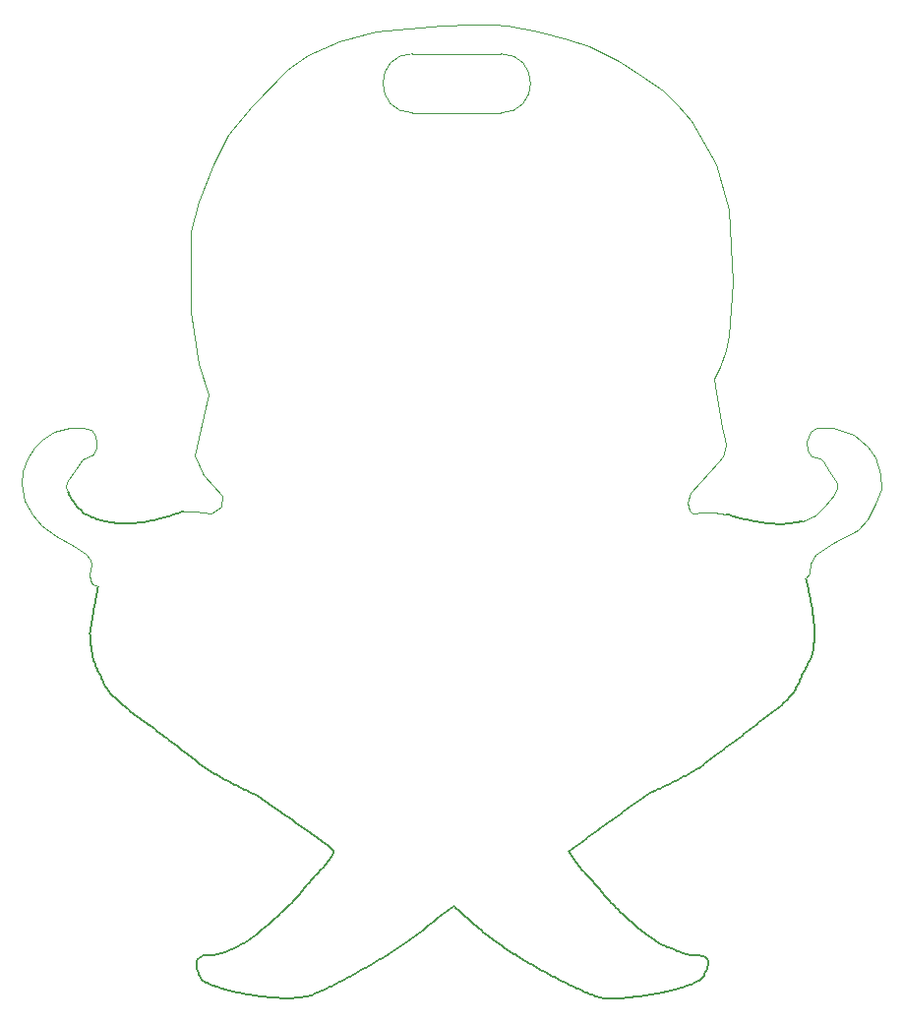
<source format=gbr>
G04 #@! TF.GenerationSoftware,KiCad,Pcbnew,(5.1.0-0)*
G04 #@! TF.CreationDate,2019-04-03T12:05:29-07:00*
G04 #@! TF.ProjectId,ZiaconBadge,5a696163-6f6e-4426-9164-67652e6b6963,rev?*
G04 #@! TF.SameCoordinates,Original*
G04 #@! TF.FileFunction,Profile,NP*
%FSLAX46Y46*%
G04 Gerber Fmt 4.6, Leading zero omitted, Abs format (unit mm)*
G04 Created by KiCad (PCBNEW (5.1.0-0)) date 2019-04-03 12:05:29*
%MOMM*%
%LPD*%
G04 APERTURE LIST*
%ADD10C,0.050000*%
%ADD11C,0.100000*%
%ADD12C,0.200000*%
G04 APERTURE END LIST*
D10*
X107950000Y-27940000D02*
G75*
G02X107950000Y-33020000I0J-2540000D01*
G01*
X100330000Y-33020000D02*
G75*
G02X100330000Y-27940000I0J2540000D01*
G01*
D11*
X107950000Y-33020000D02*
X100330000Y-33020000D01*
X100330000Y-27940000D02*
X107950000Y-27940000D01*
D10*
X134543800Y-72694800D02*
X134189473Y-73081477D01*
X134569200Y-71805800D02*
X134543800Y-72694800D01*
X135051800Y-71043800D02*
X134569200Y-71805800D01*
X136575800Y-70053200D02*
X135051800Y-71043800D01*
X138633200Y-68961000D02*
X136575800Y-70053200D01*
X139471400Y-68021200D02*
X138633200Y-68961000D01*
X140208000Y-66700400D02*
X139471400Y-68021200D01*
X140690600Y-65354200D02*
X140208000Y-66700400D01*
X140639800Y-64135000D02*
X140690600Y-65354200D01*
X140157200Y-62712600D02*
X140639800Y-64135000D01*
X139496800Y-61772800D02*
X140157200Y-62712600D01*
X138277600Y-60756800D02*
X139496800Y-61772800D01*
X136575800Y-60147200D02*
X138277600Y-60756800D01*
X135128000Y-60172600D02*
X136575800Y-60147200D01*
X134569200Y-60452000D02*
X135128000Y-60172600D01*
X134289800Y-61366400D02*
X134569200Y-60452000D01*
X134340600Y-62128400D02*
X134289800Y-61366400D01*
X134696200Y-62560200D02*
X134340600Y-62128400D01*
X135407400Y-62738000D02*
X134696200Y-62560200D01*
X135686800Y-63042800D02*
X135407400Y-62738000D01*
X136220200Y-63906400D02*
X135686800Y-63042800D01*
X136855200Y-64922400D02*
X136220200Y-63906400D01*
X136880600Y-65328800D02*
X136855200Y-64922400D01*
X136652000Y-65862200D02*
X136880600Y-65328800D01*
X135890000Y-66852800D02*
X136652000Y-65862200D01*
X135026400Y-67716400D02*
X135890000Y-66852800D01*
X133872004Y-68179092D02*
X135026400Y-67716400D01*
X126263400Y-67386200D02*
X127304800Y-67564000D01*
X125247400Y-67437000D02*
X126263400Y-67386200D01*
X124434600Y-67513200D02*
X125247400Y-67437000D01*
X124155200Y-67233800D02*
X124434600Y-67513200D01*
X123977400Y-66598800D02*
X124155200Y-67233800D01*
X124231400Y-65735200D02*
X123977400Y-66598800D01*
X125095000Y-64820800D02*
X124231400Y-65735200D01*
X126644400Y-63144400D02*
X125095000Y-64820800D01*
X127050800Y-62611000D02*
X126644400Y-63144400D01*
X127228600Y-61061600D02*
X127279400Y-61671200D01*
X126949200Y-60121800D02*
X127228600Y-61061600D01*
X126314200Y-55905400D02*
X126365000Y-56515000D01*
X126796800Y-54864000D02*
X126314200Y-55905400D01*
X127279400Y-53467000D02*
X126796800Y-54864000D01*
X127584200Y-52146200D02*
X127279400Y-53467000D01*
X70535800Y-65201800D02*
X70612000Y-64795400D01*
X72771000Y-73609200D02*
X73253600Y-73787000D01*
X72593200Y-73304400D02*
X72771000Y-73609200D01*
X72542400Y-72745600D02*
X72593200Y-73304400D01*
X72720200Y-71907400D02*
X72542400Y-72745600D01*
X72618600Y-71475600D02*
X72720200Y-71907400D01*
X72212200Y-71018400D02*
X72618600Y-71475600D01*
X71170800Y-70307200D02*
X72212200Y-71018400D01*
X69621400Y-69469000D02*
X71170800Y-70307200D01*
X68376800Y-68529200D02*
X69621400Y-69469000D01*
X67614800Y-67564000D02*
X68376800Y-68529200D01*
X66954400Y-66395600D02*
X67614800Y-67564000D01*
X66700400Y-64998600D02*
X66954400Y-66395600D01*
X66776600Y-63906400D02*
X66700400Y-64998600D01*
X67183000Y-62763400D02*
X66776600Y-63906400D01*
X67792600Y-61823600D02*
X67183000Y-62763400D01*
X68478400Y-61188600D02*
X67792600Y-61823600D01*
X69469000Y-60502800D02*
X68478400Y-61188600D01*
X70866000Y-60121800D02*
X69469000Y-60502800D01*
X71932800Y-60121800D02*
X70866000Y-60121800D01*
X72720200Y-60350400D02*
X71932800Y-60121800D01*
X73075800Y-60858400D02*
X72720200Y-60350400D01*
X73152000Y-61442600D02*
X73075800Y-60858400D01*
X73152000Y-61823600D02*
X73152000Y-61442600D01*
X72847200Y-62433200D02*
X73152000Y-61823600D01*
X71932800Y-62890400D02*
X72847200Y-62433200D01*
X70612000Y-64795400D02*
X71932800Y-62890400D01*
X70637400Y-65633600D02*
X70535800Y-65201800D01*
X81686400Y-67335400D02*
X80645000Y-67310000D01*
X83032600Y-67538600D02*
X81686400Y-67335400D01*
X83845400Y-66954400D02*
X83032600Y-67538600D01*
X83997800Y-65989200D02*
X83845400Y-66954400D01*
X82321400Y-64236600D02*
X83997800Y-65989200D01*
X89916000Y-29083000D02*
X89585800Y-29362400D01*
X91363800Y-28092400D02*
X89916000Y-29083000D01*
X81559400Y-62534800D02*
X82321400Y-64236600D01*
X81915000Y-60960000D02*
X81559400Y-62534800D01*
X82804000Y-57226200D02*
X81915000Y-60960000D01*
X81915000Y-54610000D02*
X82804000Y-57226200D01*
X81280000Y-50165000D02*
X81915000Y-54610000D01*
X81280000Y-48260000D02*
X81280000Y-50165000D01*
X81280000Y-44450000D02*
X81280000Y-48260000D01*
X81280000Y-43180000D02*
X81280000Y-44450000D01*
X81915000Y-40640000D02*
X81280000Y-43180000D01*
X83185000Y-37465000D02*
X81915000Y-40640000D01*
X84455000Y-34925000D02*
X83185000Y-37465000D01*
X86461600Y-32461200D02*
X84455000Y-34925000D01*
X89585800Y-29362400D02*
X86461600Y-32461200D01*
X94005400Y-26873200D02*
X91363800Y-28092400D01*
X97155000Y-26035000D02*
X94005400Y-26873200D01*
X102844600Y-25552400D02*
X97155000Y-26035000D01*
X103479600Y-25501600D02*
X102844600Y-25552400D01*
X104775000Y-25400000D02*
X103479600Y-25501600D01*
X106045000Y-25400000D02*
X104775000Y-25400000D01*
X107315000Y-25400000D02*
X106045000Y-25400000D01*
X108534200Y-25552400D02*
X107315000Y-25400000D01*
X111125000Y-26035000D02*
X108534200Y-25552400D01*
X113665000Y-26670000D02*
X111125000Y-26035000D01*
X115570000Y-27305000D02*
X113665000Y-26670000D01*
X118110000Y-28575000D02*
X115570000Y-27305000D01*
X120015000Y-29845000D02*
X118110000Y-28575000D01*
X121920000Y-31115000D02*
X120015000Y-29845000D01*
X123190000Y-32385000D02*
X121920000Y-31115000D01*
X124307600Y-33731200D02*
X123190000Y-32385000D01*
X126441200Y-37414200D02*
X124307600Y-33731200D01*
X127533400Y-41325800D02*
X126441200Y-37414200D01*
X127939800Y-47599600D02*
X127533400Y-41325800D01*
X127584200Y-52146200D02*
X127939800Y-47599600D01*
X126949200Y-60121800D02*
X126365000Y-56515000D01*
X127050800Y-62611000D02*
X127279400Y-61671200D01*
D12*
X77698600Y-85725000D02*
X77811321Y-85813537D01*
X77811321Y-85813537D02*
X77927008Y-85904076D01*
X77927008Y-85904076D02*
X78043397Y-85994837D01*
X78043397Y-85994837D02*
X78162667Y-86087519D01*
X78162667Y-86087519D02*
X78282636Y-86180430D01*
X78282636Y-86180430D02*
X78401245Y-86271996D01*
X78401245Y-86271996D02*
X78522788Y-86365548D01*
X78522788Y-86365548D02*
X78639002Y-86454760D01*
X78639002Y-86454760D02*
X78758326Y-86546140D01*
X78758326Y-86546140D02*
X78884856Y-86642833D01*
X78884856Y-86642833D02*
X78998367Y-86729426D01*
X78998367Y-86729426D02*
X79127355Y-86827693D01*
X79127355Y-86827693D02*
X79263737Y-86931488D01*
X79263737Y-86931488D02*
X79407628Y-87040942D01*
X79407628Y-87040942D02*
X79527312Y-87131985D01*
X79527312Y-87131985D02*
X79654934Y-87229120D01*
X79654934Y-87229120D02*
X79782691Y-87326458D01*
X79782691Y-87326458D02*
X79910765Y-87424184D01*
X79910765Y-87424184D02*
X80039333Y-87522484D01*
X80039333Y-87522484D02*
X80164530Y-87618435D01*
X80164530Y-87618435D02*
X80278294Y-87705856D01*
X80278294Y-87705856D02*
X80396941Y-87797290D01*
X80396941Y-87797290D02*
X80516554Y-87889769D01*
X80516554Y-87889769D02*
X80633088Y-87980181D01*
X80633088Y-87980181D02*
X80750768Y-88071820D01*
X80750768Y-88071820D02*
X80869721Y-88164813D01*
X80869721Y-88164813D02*
X80983578Y-88254178D01*
X80983578Y-88254178D02*
X81096600Y-88343248D01*
X81096600Y-88343248D02*
X81208802Y-88432037D01*
X81208802Y-88432037D02*
X81324684Y-88524124D01*
X81324684Y-88524124D02*
X81439881Y-88616067D01*
X81439881Y-88616067D02*
X81552082Y-88706002D01*
X81552082Y-88706002D02*
X81663524Y-88795711D01*
X81663524Y-88795711D02*
X81776556Y-88887086D01*
X81776556Y-88887086D02*
X81891255Y-88980206D01*
X81891255Y-88980206D02*
X82007696Y-89075150D01*
X82007696Y-89075150D02*
X82042000Y-89103200D01*
X74472800Y-83159600D02*
X74585296Y-83254057D01*
X74585296Y-83254057D02*
X74694334Y-83347123D01*
X74694334Y-83347123D02*
X74803659Y-83442189D01*
X74803659Y-83442189D02*
X74911883Y-83538293D01*
X74911883Y-83538293D02*
X75017087Y-83633822D01*
X75017087Y-83633822D02*
X75121994Y-83731140D01*
X75121994Y-83731140D02*
X75227239Y-83830341D01*
X75227239Y-83830341D02*
X75330933Y-83928405D01*
X75330933Y-83928405D02*
X75436323Y-84026647D01*
X75436323Y-84026647D02*
X75544422Y-84124401D01*
X75544422Y-84124401D02*
X75652847Y-84218816D01*
X75652847Y-84218816D02*
X75762435Y-84310779D01*
X75762435Y-84310779D02*
X75873366Y-84400903D01*
X75873366Y-84400903D02*
X75985784Y-84489789D01*
X75985784Y-84489789D02*
X76099916Y-84578033D01*
X76099916Y-84578033D02*
X76218228Y-84667827D01*
X76218228Y-84667827D02*
X76336536Y-84756241D01*
X76336536Y-84756241D02*
X76452652Y-84841928D01*
X76452652Y-84841928D02*
X76568886Y-84926810D01*
X76568886Y-84926810D02*
X76691229Y-85015348D01*
X76691229Y-85015348D02*
X76810367Y-85100898D01*
X76810367Y-85100898D02*
X76931487Y-85187289D01*
X76931487Y-85187289D02*
X77049494Y-85270978D01*
X77049494Y-85270978D02*
X77167680Y-85354372D01*
X77167680Y-85354372D02*
X77288595Y-85439311D01*
X77288595Y-85439311D02*
X77408563Y-85523248D01*
X77408563Y-85523248D02*
X77530403Y-85608189D01*
X77530403Y-85608189D02*
X77650119Y-85691380D01*
X77650119Y-85691380D02*
X77698600Y-85725000D01*
X70637400Y-65633600D02*
X70710685Y-65762351D01*
X70710685Y-65762351D02*
X70786210Y-65893062D01*
X70786210Y-65893062D02*
X70862690Y-66022944D01*
X70862690Y-66022944D02*
X70945202Y-66159728D01*
X70945202Y-66159728D02*
X71023306Y-66285486D01*
X71023306Y-66285486D02*
X71102295Y-66408470D01*
X71102295Y-66408470D02*
X71183653Y-66530230D01*
X71183653Y-66530230D02*
X71267707Y-66650319D01*
X71267707Y-66650319D02*
X71356074Y-66769892D01*
X71356074Y-66769892D02*
X71444433Y-66882306D01*
X71444433Y-66882306D02*
X71536339Y-66991499D01*
X71536339Y-66991499D02*
X71632423Y-67097260D01*
X71632423Y-67097260D02*
X71732118Y-67198163D01*
X71732118Y-67198163D02*
X71836447Y-67294593D01*
X71836447Y-67294593D02*
X71947577Y-67387718D01*
X71947577Y-67387718D02*
X72062542Y-67474565D01*
X72062542Y-67474565D02*
X72182668Y-67556092D01*
X72182668Y-67556092D02*
X72307422Y-67631980D01*
X72307422Y-67631980D02*
X72438111Y-67703142D01*
X72438111Y-67703142D02*
X72573986Y-67769366D01*
X72573986Y-67769366D02*
X72713995Y-67830558D01*
X72713995Y-67830558D02*
X72859677Y-67887812D01*
X72859677Y-67887812D02*
X73009729Y-67941030D01*
X73009729Y-67941030D02*
X73161391Y-67989840D01*
X73161391Y-67989840D02*
X73318715Y-68036045D01*
X73318715Y-68036045D02*
X73478192Y-68079028D01*
X73478192Y-68079028D02*
X73639354Y-68119169D01*
X73639354Y-68119169D02*
X73804320Y-68157381D01*
X73804320Y-68157381D02*
X73903200Y-68179092D01*
X73903200Y-68179092D02*
X74070502Y-68213366D01*
X74070502Y-68213366D02*
X74242379Y-68244892D01*
X74242379Y-68244892D02*
X74415400Y-68272818D01*
X74415400Y-68272818D02*
X74594197Y-68297647D01*
X74594197Y-68297647D02*
X74773979Y-68318494D01*
X74773979Y-68318494D02*
X74960158Y-68335773D01*
X74960158Y-68335773D02*
X75153159Y-68349119D01*
X75153159Y-68349119D02*
X75344514Y-68357847D01*
X75344514Y-68357847D02*
X75543242Y-68362279D01*
X75543242Y-68362279D02*
X75747664Y-68362052D01*
X75747664Y-68362052D02*
X75948626Y-68357246D01*
X75948626Y-68357246D02*
X76142108Y-68348471D01*
X76142108Y-68348471D02*
X76330604Y-68336151D01*
X76330604Y-68336151D02*
X76515282Y-68320600D01*
X76515282Y-68320600D02*
X76697407Y-68302018D01*
X76697407Y-68302018D02*
X76876737Y-68280683D01*
X76876737Y-68280683D02*
X77053022Y-68256887D01*
X77053022Y-68256887D02*
X77227677Y-68230658D01*
X77227677Y-68230658D02*
X77403939Y-68201608D01*
X77403939Y-68201608D02*
X77574841Y-68171069D01*
X77574841Y-68171069D02*
X77745317Y-68138360D01*
X77745317Y-68138360D02*
X77915256Y-68103608D01*
X77915256Y-68103608D02*
X78082709Y-68067352D01*
X78082709Y-68067352D02*
X78247461Y-68029802D01*
X78247461Y-68029802D02*
X78411191Y-67990704D01*
X78411191Y-67990704D02*
X78573771Y-67950190D01*
X78573771Y-67950190D02*
X78735070Y-67908392D01*
X78735070Y-67908392D02*
X78892963Y-67865983D01*
X78892963Y-67865983D02*
X79051265Y-67822036D01*
X79051265Y-67822036D02*
X79207872Y-67777198D01*
X79207872Y-67777198D02*
X79362648Y-67731602D01*
X79362648Y-67731602D02*
X79521774Y-67683440D01*
X79521774Y-67683440D02*
X79674682Y-67635969D01*
X79674682Y-67635969D02*
X79831891Y-67585994D01*
X79831891Y-67585994D02*
X79989127Y-67534863D01*
X79989127Y-67534863D02*
X80139643Y-67484873D01*
X80139643Y-67484873D02*
X80289886Y-67433990D01*
X80289886Y-67433990D02*
X80446657Y-67379884D01*
X80446657Y-67379884D02*
X80603212Y-67324851D01*
X80603212Y-67324851D02*
X80645000Y-67310000D01*
X116535200Y-109194600D02*
X116717192Y-109217948D01*
X116717192Y-109217948D02*
X116908544Y-109234632D01*
X116908544Y-109234632D02*
X117098426Y-109245110D01*
X117098426Y-109245110D02*
X117294678Y-109250873D01*
X117294678Y-109250873D02*
X117493462Y-109252382D01*
X117493462Y-109252382D02*
X117693031Y-109250182D01*
X117693031Y-109250182D02*
X117890636Y-109244830D01*
X117890636Y-109244830D02*
X118084790Y-109236847D01*
X118084790Y-109236847D02*
X118279243Y-109226420D01*
X118279243Y-109226420D02*
X118468038Y-109214173D01*
X118468038Y-109214173D02*
X118655409Y-109200104D01*
X118655409Y-109200104D02*
X118840738Y-109184438D01*
X118840738Y-109184438D02*
X119028870Y-109166860D01*
X119028870Y-109166860D02*
X119214022Y-109147992D01*
X119214022Y-109147992D02*
X119431712Y-109123910D01*
X119431712Y-109123910D02*
X119623793Y-109101024D01*
X119623793Y-109101024D02*
X119823014Y-109075719D01*
X119823014Y-109075719D02*
X120003693Y-109051420D01*
X120003693Y-109051420D02*
X120182334Y-109026159D01*
X120182334Y-109026159D02*
X120358678Y-109000026D01*
X120358678Y-109000026D02*
X120538197Y-108972217D01*
X120538197Y-108972217D02*
X120717823Y-108943170D01*
X120717823Y-108943170D02*
X120894489Y-108913411D01*
X120894489Y-108913411D02*
X121070827Y-108882516D01*
X121070827Y-108882516D02*
X121240968Y-108851569D01*
X121240968Y-108851569D02*
X121410412Y-108819614D01*
X121410412Y-108819614D02*
X121578963Y-108786687D01*
X121578963Y-108786687D02*
X121746431Y-108752809D01*
X121746431Y-108752809D02*
X121929161Y-108714480D01*
X121929161Y-108714480D02*
X122108726Y-108675376D01*
X122108726Y-108675376D02*
X122283571Y-108635873D01*
X122283571Y-108635873D02*
X122454879Y-108595728D01*
X122454879Y-108595728D02*
X122629018Y-108553376D01*
X122629018Y-108553376D02*
X122790040Y-108512745D01*
X122790040Y-108512745D02*
X122949630Y-108470988D01*
X122949630Y-108470988D02*
X123107499Y-108428118D01*
X123107499Y-108428118D02*
X123264561Y-108383801D01*
X123264561Y-108383801D02*
X123419237Y-108338391D01*
X123419237Y-108338391D02*
X123573506Y-108291184D01*
X123573506Y-108291184D02*
X123727941Y-108241803D01*
X123727941Y-108241803D02*
X123881849Y-108190222D01*
X123881849Y-108190222D02*
X124034464Y-108136426D01*
X124034464Y-108136426D02*
X124180982Y-108081926D01*
X124180982Y-108081926D02*
X124324859Y-108025225D01*
X124324859Y-108025225D02*
X124468756Y-107964766D01*
X124468756Y-107964766D02*
X124607637Y-107902083D01*
X124607637Y-107902083D02*
X124743476Y-107835604D01*
X124743476Y-107835604D02*
X124877070Y-107763706D01*
X124877070Y-107763706D02*
X125002088Y-107688385D01*
X125002088Y-107688385D02*
X125121613Y-107605604D01*
X125121613Y-107605604D02*
X125234988Y-107510858D01*
X125234988Y-107510858D02*
X125331249Y-107404979D01*
X125331249Y-107404979D02*
X125403343Y-107275779D01*
X125403343Y-107275779D02*
X125409191Y-107258085D01*
X108178600Y-104825800D02*
X108294837Y-104910723D01*
X108294837Y-104910723D02*
X108414065Y-104994978D01*
X108414065Y-104994978D02*
X108533121Y-105076958D01*
X108533121Y-105076958D02*
X108656498Y-105160133D01*
X108656498Y-105160133D02*
X108777679Y-105240384D01*
X108777679Y-105240384D02*
X108900430Y-105320443D01*
X108900430Y-105320443D02*
X109026334Y-105401452D01*
X109026334Y-105401452D02*
X109150514Y-105480387D01*
X109150514Y-105480387D02*
X109275599Y-105559027D01*
X109275599Y-105559027D02*
X109399201Y-105635963D01*
X109399201Y-105635963D02*
X109524469Y-105713219D01*
X109524469Y-105713219D02*
X109649154Y-105789449D01*
X109649154Y-105789449D02*
X109774822Y-105865656D01*
X109774822Y-105865656D02*
X109903228Y-105942913D01*
X109903228Y-105942913D02*
X110034241Y-106021137D01*
X110034241Y-106021137D02*
X110167725Y-106100246D01*
X110167725Y-106100246D02*
X110297128Y-106176390D01*
X110297128Y-106176390D02*
X110424197Y-106250656D01*
X110424197Y-106250656D02*
X110555235Y-106326738D01*
X110555235Y-106326738D02*
X110685766Y-106402031D01*
X110685766Y-106402031D02*
X110813354Y-106475164D01*
X110813354Y-106475164D02*
X110949121Y-106552489D01*
X110949121Y-106552489D02*
X111077097Y-106624918D01*
X111077097Y-106624918D02*
X111206197Y-106697541D01*
X111206197Y-106697541D02*
X111336330Y-106770298D01*
X111336330Y-106770298D02*
X111467407Y-106843137D01*
X111467407Y-106843137D02*
X111599337Y-106915996D01*
X111599337Y-106915996D02*
X111732028Y-106988818D01*
X111732028Y-106988818D02*
X111865391Y-107061552D01*
X111865391Y-107061552D02*
X111999337Y-107134136D01*
X111999337Y-107134136D02*
X112133774Y-107206513D01*
X112133774Y-107206513D02*
X112266197Y-107277342D01*
X112266197Y-107277342D02*
X112413420Y-107355538D01*
X112413420Y-107355538D02*
X112548800Y-107426929D01*
X112548800Y-107426929D02*
X112684305Y-107497884D01*
X112684305Y-107497884D02*
X112819842Y-107568344D01*
X112819842Y-107568344D02*
X112955320Y-107638252D01*
X112955320Y-107638252D02*
X113090652Y-107707552D01*
X113090652Y-107707552D02*
X113235384Y-107781066D01*
X113235384Y-107781066D02*
X113370123Y-107848928D01*
X113370123Y-107848928D02*
X113504436Y-107916007D01*
X113504436Y-107916007D02*
X113638234Y-107982248D01*
X113638234Y-107982248D02*
X113778542Y-108051066D01*
X113778542Y-108051066D02*
X113913358Y-108116545D01*
X113913358Y-108116545D02*
X114054377Y-108184334D01*
X114054377Y-108184334D02*
X114192051Y-108249792D01*
X114192051Y-108249792D02*
X114330937Y-108315065D01*
X114330937Y-108315065D02*
X114470864Y-108380021D01*
X114470864Y-108380021D02*
X114616165Y-108446564D01*
X114616165Y-108446564D02*
X114766477Y-108514374D01*
X114766477Y-108514374D02*
X114908201Y-108577292D01*
X114908201Y-108577292D02*
X115058810Y-108642994D01*
X115058810Y-108642994D02*
X115204846Y-108705476D01*
X115204846Y-108705476D02*
X115346263Y-108764740D01*
X115346263Y-108764740D02*
X115489169Y-108823285D01*
X115489169Y-108823285D02*
X115633150Y-108880781D01*
X115633150Y-108880781D02*
X115779703Y-108937616D01*
X115779703Y-108937616D02*
X115926272Y-108992569D01*
X115926272Y-108992569D02*
X116075993Y-109046518D01*
X116075993Y-109046518D02*
X116227874Y-109098684D01*
X116227874Y-109098684D02*
X116380816Y-109148205D01*
X116380816Y-109148205D02*
X116535200Y-109194600D01*
X103936800Y-101320600D02*
X104043512Y-101422415D01*
X104043512Y-101422415D02*
X104146690Y-101520526D01*
X104146690Y-101520526D02*
X104254867Y-101622862D01*
X104254867Y-101622862D02*
X104360338Y-101722046D01*
X104360338Y-101722046D02*
X104466880Y-101821612D01*
X104466880Y-101821612D02*
X104574253Y-101921297D01*
X104574253Y-101921297D02*
X104679349Y-102018223D01*
X104679349Y-102018223D02*
X104786065Y-102115978D01*
X104786065Y-102115978D02*
X104895603Y-102215619D01*
X104895603Y-102215619D02*
X105001778Y-102311516D01*
X105001778Y-102311516D02*
X105109610Y-102408219D01*
X105109610Y-102408219D02*
X105216732Y-102503583D01*
X105216732Y-102503583D02*
X105326878Y-102600910D01*
X105326878Y-102600910D02*
X105433452Y-102694369D01*
X105433452Y-102694369D02*
X105542511Y-102789272D01*
X105542511Y-102789272D02*
X105653947Y-102885473D01*
X105653947Y-102885473D02*
X105765366Y-102980869D01*
X105765366Y-102980869D02*
X105874205Y-103073283D01*
X105874205Y-103073283D02*
X105987257Y-103168455D01*
X105987257Y-103168455D02*
X106097317Y-103260296D01*
X106097317Y-103260296D02*
X106208976Y-103352640D01*
X106208976Y-103352640D02*
X106322156Y-103445377D01*
X106322156Y-103445377D02*
X106436777Y-103538387D01*
X106436777Y-103538387D02*
X106547690Y-103627507D01*
X106547690Y-103627507D02*
X106664902Y-103720727D01*
X106664902Y-103720727D02*
X106778147Y-103809842D01*
X106778147Y-103809842D02*
X106897644Y-103902837D01*
X106897644Y-103902837D02*
X107011614Y-103990519D01*
X107011614Y-103990519D02*
X107129108Y-104079853D01*
X107129108Y-104079853D02*
X107246108Y-104167721D01*
X107246108Y-104167721D02*
X107363861Y-104255033D01*
X107363861Y-104255033D02*
X107487698Y-104345607D01*
X107487698Y-104345607D02*
X107610845Y-104434375D01*
X107610845Y-104434375D02*
X107731842Y-104520297D01*
X107731842Y-104520297D02*
X107852635Y-104604757D01*
X107852635Y-104604757D02*
X107973832Y-104688135D01*
X107973832Y-104688135D02*
X108093301Y-104768954D01*
X108093301Y-104768954D02*
X108178600Y-104825800D01*
X134129194Y-80891188D02*
X134056752Y-81019539D01*
X134056752Y-81019539D02*
X133985365Y-81150572D01*
X133985365Y-81150572D02*
X133916530Y-81282656D01*
X133916530Y-81282656D02*
X133850148Y-81417493D01*
X133850148Y-81417493D02*
X133787250Y-81555127D01*
X133787250Y-81555127D02*
X133728463Y-81696574D01*
X133728463Y-81696574D02*
X133673358Y-81843846D01*
X133673358Y-81843846D02*
X133620566Y-81992973D01*
X133620566Y-81992973D02*
X133565207Y-82138125D01*
X133565207Y-82138125D02*
X133503520Y-82276459D01*
X133503520Y-82276459D02*
X133434976Y-82409671D01*
X133434976Y-82409671D02*
X133361392Y-82538561D01*
X133361392Y-82538561D02*
X133285083Y-82662917D01*
X133285083Y-82662917D02*
X133206447Y-82784684D01*
X133206447Y-82784684D02*
X133124689Y-82906570D01*
X133124689Y-82906570D02*
X133042315Y-83025874D01*
X133042315Y-83025874D02*
X133019800Y-83058000D01*
X134916839Y-77764259D02*
X134912989Y-77961058D01*
X134912989Y-77961058D02*
X134908308Y-78157500D01*
X134908308Y-78157500D02*
X134902359Y-78351722D01*
X134902359Y-78351722D02*
X134894478Y-78544026D01*
X134894478Y-78544026D02*
X134883779Y-78734090D01*
X134883779Y-78734090D02*
X134869133Y-78920984D01*
X134869133Y-78920984D02*
X134849164Y-79103738D01*
X134849164Y-79103738D02*
X134822304Y-79281840D01*
X134822304Y-79281840D02*
X134787581Y-79452798D01*
X134787581Y-79452798D02*
X134745630Y-79612360D01*
X134745630Y-79612360D02*
X134695213Y-79767291D01*
X134695213Y-79767291D02*
X134639320Y-79912530D01*
X134639320Y-79912530D02*
X134577597Y-80053976D01*
X134577597Y-80053976D02*
X134512014Y-80191064D01*
X134512014Y-80191064D02*
X134443829Y-80324622D01*
X134443829Y-80324622D02*
X134372804Y-80457593D01*
X134372804Y-80457593D02*
X134301627Y-80586827D01*
X134301627Y-80586827D02*
X134228923Y-80716209D01*
X134228923Y-80716209D02*
X134155501Y-80845215D01*
X134155501Y-80845215D02*
X134129194Y-80891188D01*
X72567800Y-77851000D02*
X72583071Y-78042132D01*
X72583071Y-78042132D02*
X72598055Y-78246163D01*
X72598055Y-78246163D02*
X72612260Y-78437185D01*
X72612260Y-78437185D02*
X72627454Y-78624060D01*
X72627454Y-78624060D02*
X72644709Y-78809232D01*
X72644709Y-78809232D02*
X72664714Y-78992408D01*
X72664714Y-78992408D02*
X72687780Y-79171768D01*
X72687780Y-79171768D02*
X72714664Y-79350032D01*
X72714664Y-79350032D02*
X72744831Y-79522247D01*
X72744831Y-79522247D02*
X72778785Y-79691169D01*
X72778785Y-79691169D02*
X72817296Y-79859776D01*
X72817296Y-79859776D02*
X72858769Y-80021296D01*
X72858769Y-80021296D02*
X72903682Y-80178658D01*
X72903682Y-80178658D02*
X72951753Y-80331589D01*
X72951753Y-80331589D02*
X73003878Y-80483290D01*
X73003878Y-80483290D02*
X73058650Y-80630116D01*
X73058650Y-80630116D02*
X73117113Y-80775371D01*
X73117113Y-80775371D02*
X73177533Y-80915324D01*
X73177533Y-80915324D02*
X73228200Y-81026000D01*
X73228200Y-81026000D02*
X73308008Y-81147255D01*
X73308008Y-81147255D02*
X73380093Y-81277140D01*
X73380093Y-81277140D02*
X73444546Y-81413047D01*
X73444546Y-81413047D02*
X73505489Y-81556027D01*
X73505489Y-81556027D02*
X73564688Y-81699302D01*
X73564688Y-81699302D02*
X73625190Y-81840631D01*
X73625190Y-81840631D02*
X73688321Y-81977849D01*
X73688321Y-81977849D02*
X73755860Y-82112774D01*
X73755860Y-82112774D02*
X73827280Y-82244057D01*
X73827280Y-82244057D02*
X73901541Y-82370572D01*
X73901541Y-82370572D02*
X73978831Y-82493700D01*
X73978831Y-82493700D02*
X74058965Y-82614037D01*
X74058965Y-82614037D02*
X74142606Y-82733248D01*
X74142606Y-82733248D02*
X74229327Y-82851236D01*
X74229327Y-82851236D02*
X74317529Y-82966404D01*
X74317529Y-82966404D02*
X74408011Y-83080309D01*
X74408011Y-83080309D02*
X74472800Y-83159600D01*
X73253600Y-73787000D02*
X73224769Y-73960681D01*
X73224769Y-73960681D02*
X73194881Y-74133795D01*
X73194881Y-74133795D02*
X73164328Y-74306781D01*
X73164328Y-74306781D02*
X73132892Y-74482449D01*
X73132892Y-74482449D02*
X73098058Y-74675759D01*
X73098058Y-74675759D02*
X73062440Y-74873003D01*
X73062440Y-74873003D02*
X73031870Y-75042550D01*
X73031870Y-75042550D02*
X72998847Y-75226447D01*
X72998847Y-75226447D02*
X72967675Y-75401091D01*
X72967675Y-75401091D02*
X72936477Y-75577192D01*
X72936477Y-75577192D02*
X72906142Y-75749938D01*
X72906142Y-75749938D02*
X72875316Y-75927263D01*
X72875316Y-75927263D02*
X72844845Y-76104524D01*
X72844845Y-76104524D02*
X72815608Y-76276703D01*
X72815608Y-76276703D02*
X72786147Y-76452438D01*
X72786147Y-76452438D02*
X72755754Y-76636376D01*
X72755754Y-76636376D02*
X72727614Y-76809272D01*
X72727614Y-76809272D02*
X72698666Y-76989973D01*
X72698666Y-76989973D02*
X72670536Y-77168608D01*
X72670536Y-77168608D02*
X72642493Y-77349920D01*
X72642493Y-77349920D02*
X72615944Y-77524811D01*
X72615944Y-77524811D02*
X72589475Y-77702596D01*
X72589475Y-77702596D02*
X72567800Y-77851000D01*
X87096600Y-91871800D02*
X87219921Y-91961484D01*
X87219921Y-91961484D02*
X87339074Y-92047746D01*
X87339074Y-92047746D02*
X87458012Y-92133483D01*
X87458012Y-92133483D02*
X87576714Y-92218696D01*
X87576714Y-92218696D02*
X87695149Y-92303383D01*
X87695149Y-92303383D02*
X87813298Y-92387546D01*
X87813298Y-92387546D02*
X87931131Y-92471181D01*
X87931131Y-92471181D02*
X88048626Y-92554290D01*
X88048626Y-92554290D02*
X88173552Y-92642360D01*
X88173552Y-92642360D02*
X88298034Y-92729828D01*
X88298034Y-92729828D02*
X88425911Y-92819401D01*
X88425911Y-92819401D02*
X88549400Y-92905648D01*
X88549400Y-92905648D02*
X88672352Y-92991294D01*
X88672352Y-92991294D02*
X88794737Y-93076336D01*
X88794737Y-93076336D02*
X88916528Y-93160776D01*
X88916528Y-93160776D02*
X89037693Y-93244613D01*
X89037693Y-93244613D02*
X89161954Y-93330434D01*
X89161954Y-93330434D02*
X89292949Y-93420755D01*
X89292949Y-93420755D02*
X89411961Y-93502701D01*
X89411961Y-93502701D02*
X89552312Y-93599226D01*
X89552312Y-93599226D02*
X89676947Y-93684860D01*
X89676947Y-93684860D02*
X89804282Y-93772301D01*
X89804282Y-93772301D02*
X89944979Y-93868882D01*
X89944979Y-93868882D02*
X90102106Y-93976749D01*
X90102106Y-93976749D02*
X90222327Y-94059312D01*
X90222327Y-94059312D02*
X90348434Y-94145985D01*
X90348434Y-94145985D02*
X90473283Y-94231884D01*
X90473283Y-94231884D02*
X90596825Y-94317009D01*
X90596825Y-94317009D02*
X90719021Y-94401358D01*
X90719021Y-94401358D02*
X90839827Y-94484931D01*
X90839827Y-94484931D02*
X90959198Y-94567731D01*
X90959198Y-94567731D02*
X91086846Y-94656549D01*
X91086846Y-94656549D02*
X91206301Y-94739970D01*
X91206301Y-94739970D02*
X91333577Y-94829229D01*
X91333577Y-94829229D02*
X91458858Y-94917524D01*
X91458858Y-94917524D02*
X91579030Y-95002685D01*
X91579030Y-95002685D02*
X91700200Y-95089077D01*
X91700200Y-95089077D02*
X91819199Y-95174501D01*
X91819199Y-95174501D02*
X91935969Y-95258958D01*
X91935969Y-95258958D02*
X92056114Y-95346596D01*
X92056114Y-95346596D02*
X92173670Y-95433165D01*
X92173670Y-95433165D02*
X92288566Y-95518663D01*
X92288566Y-95518663D02*
X92404690Y-95606085D01*
X92404690Y-95606085D02*
X92520377Y-95694326D01*
X92520377Y-95694326D02*
X92635330Y-95783300D01*
X92635330Y-95783300D02*
X92749238Y-95872927D01*
X92749238Y-95872927D02*
X92864100Y-95965000D01*
X92864100Y-95965000D02*
X92977068Y-96057489D01*
X92977068Y-96057489D02*
X93087767Y-96150301D01*
X93087767Y-96150301D02*
X93195798Y-96243339D01*
X93195798Y-96243339D02*
X93302697Y-96338264D01*
X93302697Y-96338264D02*
X93409538Y-96436600D01*
X93409538Y-96436600D02*
X93511721Y-96534656D01*
X93511721Y-96534656D02*
X93548200Y-96570800D01*
X82042000Y-89103200D02*
X82166331Y-89189296D01*
X82166331Y-89189296D02*
X82288991Y-89272869D01*
X82288991Y-89272869D02*
X82412106Y-89355398D01*
X82412106Y-89355398D02*
X82532831Y-89435024D01*
X82532831Y-89435024D02*
X82659319Y-89517097D01*
X82659319Y-89517097D02*
X82781685Y-89595207D01*
X82781685Y-89595207D02*
X82908149Y-89674635D01*
X82908149Y-89674635D02*
X83036361Y-89753864D01*
X83036361Y-89753864D02*
X83161787Y-89830148D01*
X83161787Y-89830148D02*
X83287080Y-89905195D01*
X83287080Y-89905195D02*
X83423592Y-89985706D01*
X83423592Y-89985706D02*
X83551183Y-90059832D01*
X83551183Y-90059832D02*
X83685008Y-90136473D01*
X83685008Y-90136473D02*
X83814183Y-90209436D01*
X83814183Y-90209436D02*
X83943094Y-90281316D01*
X83943094Y-90281316D02*
X84074073Y-90353450D01*
X84074073Y-90353450D02*
X84204886Y-90424647D01*
X84204886Y-90424647D02*
X84337925Y-90496244D01*
X84337925Y-90496244D02*
X84468431Y-90565741D01*
X84468431Y-90565741D02*
X84601219Y-90635755D01*
X84601219Y-90635755D02*
X84736395Y-90706355D01*
X84736395Y-90706355D02*
X84868914Y-90774960D01*
X84868914Y-90774960D02*
X85006451Y-90845576D01*
X85006451Y-90845576D02*
X85141247Y-90914247D01*
X85141247Y-90914247D02*
X85283961Y-90986422D01*
X85283961Y-90986422D02*
X85426690Y-91058104D01*
X85426690Y-91058104D02*
X85560895Y-91125091D01*
X85560895Y-91125091D02*
X85697536Y-91192910D01*
X85697536Y-91192910D02*
X85836682Y-91261612D01*
X85836682Y-91261612D02*
X85978408Y-91331247D01*
X85978408Y-91331247D02*
X86122786Y-91401864D01*
X86122786Y-91401864D02*
X86260615Y-91469006D01*
X86260615Y-91469006D02*
X86407188Y-91540137D01*
X86407188Y-91540137D02*
X86546894Y-91607709D01*
X86546894Y-91607709D02*
X86682544Y-91673124D01*
X86682544Y-91673124D02*
X86820489Y-91739468D01*
X86820489Y-91739468D02*
X86967511Y-91810002D01*
X86967511Y-91810002D02*
X87096600Y-91871800D01*
X124917200Y-105537000D02*
X124729441Y-105550453D01*
X124729441Y-105550453D02*
X124530281Y-105552482D01*
X124530281Y-105552482D02*
X124340848Y-105540179D01*
X124340848Y-105540179D02*
X124165238Y-105515066D01*
X124165238Y-105515066D02*
X124000436Y-105479599D01*
X124000436Y-105479599D02*
X123841123Y-105435475D01*
X123841123Y-105435475D02*
X123687284Y-105385257D01*
X123687284Y-105385257D02*
X123540452Y-105331905D01*
X123540452Y-105331905D02*
X123396499Y-105275783D01*
X123396499Y-105275783D02*
X123253439Y-105217348D01*
X123253439Y-105217348D02*
X123109149Y-105156592D01*
X123109149Y-105156592D02*
X122959731Y-105092456D01*
X122959731Y-105092456D02*
X122817265Y-105030650D01*
X122817265Y-105030650D02*
X122659676Y-104961969D01*
X122659676Y-104961969D02*
X122580400Y-104927400D01*
X125409191Y-107258085D02*
X125484553Y-107131784D01*
X125484553Y-107131784D02*
X125556197Y-106999669D01*
X125556197Y-106999669D02*
X125622952Y-106860967D01*
X125622952Y-106860967D02*
X125681565Y-106718569D01*
X125681565Y-106718569D02*
X125731323Y-106567309D01*
X125731323Y-106567309D02*
X125768045Y-106403204D01*
X125768045Y-106403204D02*
X125782168Y-106217139D01*
X125782168Y-106217139D02*
X125758405Y-106040783D01*
X125758405Y-106040783D02*
X125699677Y-105898448D01*
X125699677Y-105898448D02*
X125611717Y-105784634D01*
X125611717Y-105784634D02*
X125496677Y-105694176D01*
X125496677Y-105694176D02*
X125362152Y-105627220D01*
X125362152Y-105627220D02*
X125208893Y-105579423D01*
X125208893Y-105579423D02*
X125037315Y-105548548D01*
X125037315Y-105548548D02*
X124917200Y-105537000D01*
X117001956Y-100557569D02*
X116910278Y-100441373D01*
X116910278Y-100441373D02*
X116817638Y-100325011D01*
X116817638Y-100325011D02*
X116726818Y-100211969D01*
X116726818Y-100211969D02*
X116632611Y-100095808D01*
X116632611Y-100095808D02*
X116540387Y-99983177D01*
X116540387Y-99983177D02*
X116445163Y-99868012D01*
X116445163Y-99868012D02*
X116352087Y-99756560D01*
X116352087Y-99756560D02*
X116259945Y-99647303D01*
X116259945Y-99647303D02*
X116167627Y-99538916D01*
X116167627Y-99538916D02*
X116073023Y-99428946D01*
X116073023Y-99428946D02*
X115978624Y-99320315D01*
X115978624Y-99320315D02*
X115883500Y-99211936D01*
X115883500Y-99211936D02*
X115786833Y-99102879D01*
X115786833Y-99102879D02*
X115691943Y-98996843D01*
X115691943Y-98996843D02*
X115594963Y-98889452D01*
X115594963Y-98889452D02*
X115493469Y-98778032D01*
X115493469Y-98778032D02*
X115396334Y-98672217D01*
X115396334Y-98672217D02*
X115296355Y-98563994D01*
X115296355Y-98563994D02*
X115200026Y-98460207D01*
X115200026Y-98460207D02*
X115078146Y-98329226D01*
X115078146Y-98329226D02*
X114980636Y-98224346D01*
X114980636Y-98224346D02*
X114882732Y-98118540D01*
X114882732Y-98118540D02*
X114784877Y-98011782D01*
X114784877Y-98011782D02*
X114688835Y-97905399D01*
X114688835Y-97905399D02*
X114594797Y-97798936D01*
X114594797Y-97798936D02*
X114500520Y-97688954D01*
X114500520Y-97688954D02*
X114408817Y-97577684D01*
X114408817Y-97577684D02*
X114319791Y-97464209D01*
X114319791Y-97464209D02*
X114231462Y-97344594D01*
X114231462Y-97344594D02*
X114148063Y-97223266D01*
X114148063Y-97223266D02*
X114069244Y-97098981D01*
X114069244Y-97098981D02*
X113995736Y-96972434D01*
X113995736Y-96972434D02*
X113925992Y-96840603D01*
X113925992Y-96840603D02*
X113860268Y-96703580D01*
X113860268Y-96703580D02*
X113798711Y-96561753D01*
X113798711Y-96561753D02*
X113792000Y-96545400D01*
X122580400Y-104927400D02*
X122419630Y-104887668D01*
X122419630Y-104887668D02*
X122269228Y-104837117D01*
X122269228Y-104837117D02*
X122125393Y-104779301D01*
X122125393Y-104779301D02*
X121986888Y-104716429D01*
X121986888Y-104716429D02*
X121851273Y-104649059D01*
X121851273Y-104649059D02*
X121719857Y-104579004D01*
X121719857Y-104579004D02*
X121591378Y-104506491D01*
X121591378Y-104506491D02*
X121464175Y-104431176D01*
X121464175Y-104431176D02*
X121336257Y-104352228D01*
X121336257Y-104352228D02*
X121213147Y-104273455D01*
X121213147Y-104273455D02*
X121090173Y-104192243D01*
X121090173Y-104192243D02*
X120970299Y-104110808D01*
X120970299Y-104110808D02*
X120848443Y-104025874D01*
X120848443Y-104025874D02*
X120730247Y-103941531D01*
X120730247Y-103941531D02*
X120609033Y-103853139D01*
X120609033Y-103853139D02*
X120490518Y-103764946D01*
X120490518Y-103764946D02*
X120376371Y-103678422D01*
X120376371Y-103678422D02*
X120261060Y-103589502D01*
X120261060Y-103589502D02*
X120144660Y-103498256D01*
X120144660Y-103498256D02*
X120033137Y-103409478D01*
X120033137Y-103409478D02*
X119920763Y-103318720D01*
X119920763Y-103318720D02*
X119807599Y-103226044D01*
X119807599Y-103226044D02*
X119693713Y-103131508D01*
X119693713Y-103131508D02*
X119579166Y-103035168D01*
X119579166Y-103035168D02*
X119470102Y-102942293D01*
X119470102Y-102942293D02*
X119360557Y-102847904D01*
X119360557Y-102847904D02*
X119250588Y-102752053D01*
X119250588Y-102752053D02*
X119140249Y-102654789D01*
X119140249Y-102654789D02*
X119034210Y-102560299D01*
X119034210Y-102560299D02*
X118924850Y-102461810D01*
X118924850Y-102461810D02*
X118818372Y-102364918D01*
X118818372Y-102364918D02*
X118708661Y-102264054D01*
X118708661Y-102264054D02*
X118603491Y-102166387D01*
X118603491Y-102166387D02*
X118498274Y-102067721D01*
X118498274Y-102067721D02*
X118386872Y-101962212D01*
X118386872Y-101962212D02*
X118281708Y-101861625D01*
X118281708Y-101861625D02*
X118176641Y-101760174D01*
X118176641Y-101760174D02*
X118071715Y-101657894D01*
X118071715Y-101657894D02*
X117966978Y-101554832D01*
X117966978Y-101554832D02*
X117857867Y-101446432D01*
X117857867Y-101446432D02*
X117746009Y-101334191D01*
X117746009Y-101334191D02*
X117642151Y-101228958D01*
X117642151Y-101228958D02*
X117532597Y-101116875D01*
X117532597Y-101116875D02*
X117429570Y-101010438D01*
X117429570Y-101010438D02*
X117322498Y-100898749D01*
X117322498Y-100898749D02*
X117224973Y-100796040D01*
X117224973Y-100796040D02*
X117123502Y-100688167D01*
X117123502Y-100688167D02*
X117026336Y-100583888D01*
X117026336Y-100583888D02*
X117001956Y-100557569D01*
X103936800Y-101320600D02*
X103804094Y-101388556D01*
X103804094Y-101388556D02*
X103676386Y-101462735D01*
X103676386Y-101462735D02*
X103551389Y-101541844D01*
X103551389Y-101541844D02*
X103431276Y-101622674D01*
X103431276Y-101622674D02*
X103310932Y-101707459D01*
X103310932Y-101707459D02*
X103194297Y-101792562D01*
X103194297Y-101792562D02*
X103078773Y-101879155D01*
X103078773Y-101879155D02*
X102960387Y-101969812D01*
X102960387Y-101969812D02*
X102843844Y-102060569D01*
X102843844Y-102060569D02*
X102729625Y-102150667D01*
X102729625Y-102150667D02*
X102616241Y-102240976D01*
X102616241Y-102240976D02*
X102498004Y-102335843D01*
X102498004Y-102335843D02*
X102384987Y-102426992D01*
X102384987Y-102426992D02*
X102265227Y-102523897D01*
X102265227Y-102523897D02*
X102121318Y-102640547D01*
X102121318Y-102640547D02*
X102008708Y-102731827D01*
X102008708Y-102731827D02*
X101889438Y-102828382D01*
X101889438Y-102828382D02*
X101772343Y-102922951D01*
X101772343Y-102922951D02*
X101653046Y-103018969D01*
X101653046Y-103018969D02*
X101538618Y-103110673D01*
X101538618Y-103110673D02*
X101424635Y-103201571D01*
X101424635Y-103201571D02*
X101308784Y-103293437D01*
X101308784Y-103293437D02*
X101193536Y-103384240D01*
X101193536Y-103384240D02*
X101073990Y-103477764D01*
X101073990Y-103477764D02*
X100960223Y-103566088D01*
X100960223Y-103566088D02*
X100842236Y-103656944D01*
X100842236Y-103656944D02*
X100727782Y-103744321D01*
X100727782Y-103744321D02*
X100611765Y-103832089D01*
X100611765Y-103832089D02*
X100494189Y-103920183D01*
X100494189Y-103920183D02*
X100375055Y-104008536D01*
X100375055Y-104008536D02*
X100254364Y-104097083D01*
X100254364Y-104097083D02*
X100137706Y-104181722D01*
X100137706Y-104181722D02*
X100019635Y-104266417D01*
X100019635Y-104266417D02*
X99895857Y-104354137D01*
X99895857Y-104354137D02*
X99773458Y-104439776D01*
X99773458Y-104439776D02*
X99651082Y-104524289D01*
X99651082Y-104524289D02*
X99618800Y-104546400D01*
X130022600Y-85598000D02*
X129902374Y-85692966D01*
X129902374Y-85692966D02*
X129785252Y-85784975D01*
X129785252Y-85784975D02*
X129662729Y-85880715D01*
X129662729Y-85880715D02*
X129546249Y-85971258D01*
X129546249Y-85971258D02*
X129432991Y-86058879D01*
X129432991Y-86058879D02*
X129314523Y-86150106D01*
X129314523Y-86150106D02*
X129196575Y-86240515D01*
X129196575Y-86240515D02*
X129076414Y-86332217D01*
X129076414Y-86332217D02*
X128954145Y-86425126D01*
X128954145Y-86425126D02*
X128832631Y-86517080D01*
X128832631Y-86517080D02*
X128711937Y-86608058D01*
X128711937Y-86608058D02*
X128594841Y-86696005D01*
X128594841Y-86696005D02*
X128473263Y-86786999D01*
X128473263Y-86786999D02*
X128355410Y-86874917D01*
X128355410Y-86874917D02*
X128238632Y-86961778D01*
X128238632Y-86961778D02*
X128122987Y-87047553D01*
X128122987Y-87047553D02*
X127998204Y-87139868D01*
X127998204Y-87139868D02*
X127874932Y-87230842D01*
X127874932Y-87230842D02*
X127753254Y-87320448D01*
X127753254Y-87320448D02*
X127633250Y-87408657D01*
X127633250Y-87408657D02*
X127515007Y-87495444D01*
X127515007Y-87495444D02*
X127384185Y-87591345D01*
X127384185Y-87591345D02*
X127260517Y-87681926D01*
X127260517Y-87681926D02*
X127111585Y-87790963D01*
X127111585Y-87790963D02*
X126975409Y-87890684D01*
X126975409Y-87890684D02*
X126851453Y-87981530D01*
X126851453Y-87981530D02*
X126730672Y-88070180D01*
X126730672Y-88070180D02*
X126611129Y-88158108D01*
X126611129Y-88158108D02*
X126493146Y-88245151D01*
X126493146Y-88245151D02*
X126377063Y-88331129D01*
X126377063Y-88331129D02*
X126255806Y-88421410D01*
X126255806Y-88421410D02*
X126141366Y-88507183D01*
X126141366Y-88507183D02*
X126026922Y-88593680D01*
X126026922Y-88593680D02*
X125911865Y-88681582D01*
X125911865Y-88681582D02*
X125797589Y-88770120D01*
X125797589Y-88770120D02*
X125685646Y-88858453D01*
X125685646Y-88858453D02*
X125572762Y-88949768D01*
X125572762Y-88949768D02*
X125462565Y-89042111D01*
X125462565Y-89042111D02*
X125450600Y-89052400D01*
X133019800Y-83058000D02*
X132915328Y-83167594D01*
X132915328Y-83167594D02*
X132815573Y-83271648D01*
X132815573Y-83271648D02*
X132716987Y-83373776D01*
X132716987Y-83373776D02*
X132615345Y-83478135D01*
X132615345Y-83478135D02*
X132515365Y-83579620D01*
X132515365Y-83579620D02*
X132415040Y-83679956D01*
X132415040Y-83679956D02*
X132310608Y-83782333D01*
X132310608Y-83782333D02*
X132206510Y-83881660D01*
X132206510Y-83881660D02*
X132101351Y-83978436D01*
X132101351Y-83978436D02*
X131993342Y-84073265D01*
X131993342Y-84073265D02*
X131882914Y-84164829D01*
X131882914Y-84164829D02*
X131769569Y-84253438D01*
X131769569Y-84253438D02*
X131651824Y-84341245D01*
X131651824Y-84341245D02*
X131529509Y-84430167D01*
X131529509Y-84430167D02*
X131411467Y-84515583D01*
X131411467Y-84515583D02*
X131293191Y-84601823D01*
X131293191Y-84601823D02*
X131175100Y-84689052D01*
X131175100Y-84689052D02*
X131059689Y-84775523D01*
X131059689Y-84775523D02*
X130943060Y-84864147D01*
X130943060Y-84864147D02*
X130826928Y-84953560D01*
X130826928Y-84953560D02*
X130713259Y-85042124D01*
X130713259Y-85042124D02*
X130600821Y-85130666D01*
X130600821Y-85130666D02*
X130482869Y-85224464D01*
X130482869Y-85224464D02*
X130368240Y-85316440D01*
X130368240Y-85316440D02*
X130255920Y-85407275D01*
X130255920Y-85407275D02*
X130140154Y-85501583D01*
X130140154Y-85501583D02*
X130025537Y-85595582D01*
X130025537Y-85595582D02*
X130022600Y-85598000D01*
X133872004Y-68179092D02*
X133706363Y-68213832D01*
X133706363Y-68213832D02*
X133529852Y-68248566D01*
X133529852Y-68248566D02*
X133358624Y-68279653D01*
X133358624Y-68279653D02*
X133177758Y-68309348D01*
X133177758Y-68309348D02*
X133002062Y-68334805D01*
X133002062Y-68334805D02*
X132823132Y-68357050D01*
X132823132Y-68357050D02*
X132641482Y-68375651D01*
X132641482Y-68375651D02*
X132453288Y-68390555D01*
X132453288Y-68390555D02*
X132263393Y-68401042D01*
X132263393Y-68401042D02*
X132067303Y-68407088D01*
X132067303Y-68407088D02*
X131864842Y-68408326D01*
X131864842Y-68408326D02*
X131667603Y-68404799D01*
X131667603Y-68404799D02*
X131473046Y-68396934D01*
X131473046Y-68396934D02*
X131284283Y-68385344D01*
X131284283Y-68385344D02*
X131098846Y-68370361D01*
X131098846Y-68370361D02*
X130915566Y-68352257D01*
X130915566Y-68352257D02*
X130734763Y-68331377D01*
X130734763Y-68331377D02*
X130556806Y-68308079D01*
X130556806Y-68308079D02*
X130380428Y-68282472D01*
X130380428Y-68282472D02*
X130207676Y-68255110D01*
X130207676Y-68255110D02*
X130031913Y-68225113D01*
X130031913Y-68225113D02*
X129860402Y-68193868D01*
X129860402Y-68193868D02*
X129688052Y-68160641D01*
X129688052Y-68160641D02*
X129520766Y-68126740D01*
X129520766Y-68126740D02*
X129351225Y-68090830D01*
X129351225Y-68090830D02*
X129181467Y-68053406D01*
X129181467Y-68053406D02*
X129017861Y-68016033D01*
X129017861Y-68016033D02*
X128852552Y-67977047D01*
X128852552Y-67977047D02*
X128689914Y-67937561D01*
X128689914Y-67937561D02*
X128528073Y-67897225D01*
X128528073Y-67897225D02*
X128360446Y-67854404D01*
X128360446Y-67854404D02*
X128196044Y-67811440D01*
X128196044Y-67811440D02*
X128037572Y-67769170D01*
X128037572Y-67769170D02*
X127875925Y-67725234D01*
X127875925Y-67725234D02*
X127718381Y-67681657D01*
X127718381Y-67681657D02*
X127555329Y-67635816D01*
X127555329Y-67635816D02*
X127399276Y-67591272D01*
X127399276Y-67591272D02*
X127304800Y-67564000D01*
X90551000Y-100355400D02*
X90640096Y-100240216D01*
X90640096Y-100240216D02*
X90731466Y-100123449D01*
X90731466Y-100123449D02*
X90821209Y-100010092D01*
X90821209Y-100010092D02*
X90910550Y-99898556D01*
X90910550Y-99898556D02*
X91000617Y-99787428D01*
X91000617Y-99787428D02*
X91092453Y-99675477D01*
X91092453Y-99675477D02*
X91183575Y-99565742D01*
X91183575Y-99565742D02*
X91275035Y-99456926D01*
X91275035Y-99456926D02*
X91371080Y-99344083D01*
X91371080Y-99344083D02*
X91465930Y-99234043D01*
X91465930Y-99234043D02*
X91559529Y-99126781D01*
X91559529Y-99126781D02*
X91656880Y-99016580D01*
X91656880Y-99016580D02*
X91752593Y-98909518D01*
X91752593Y-98909518D02*
X91851385Y-98800278D01*
X91851385Y-98800278D02*
X91949065Y-98693433D01*
X91949065Y-98693433D02*
X92045488Y-98588981D01*
X92045488Y-98588981D02*
X92142246Y-98485045D01*
X92142246Y-98485045D02*
X92243997Y-98376477D01*
X92243997Y-98376477D02*
X92345029Y-98269159D01*
X92345029Y-98269159D02*
X92448043Y-98159872D01*
X92448043Y-98159872D02*
X92549362Y-98052062D01*
X92549362Y-98052062D02*
X92645858Y-97948541D01*
X92645858Y-97948541D02*
X92744166Y-97841520D01*
X92744166Y-97841520D02*
X92840800Y-97733867D01*
X92840800Y-97733867D02*
X92934016Y-97626540D01*
X92934016Y-97626540D02*
X93025621Y-97516204D01*
X93025621Y-97516204D02*
X93116788Y-97399501D01*
X93116788Y-97399501D02*
X93200712Y-97283337D01*
X93200712Y-97283337D02*
X93280462Y-97161772D01*
X93280462Y-97161772D02*
X93354973Y-97033902D01*
X93354973Y-97033902D02*
X93422858Y-96899651D01*
X93422858Y-96899651D02*
X93483895Y-96757109D01*
X93483895Y-96757109D02*
X93536233Y-96609300D01*
X93536233Y-96609300D02*
X93548200Y-96570800D01*
X85013800Y-104902000D02*
X85152029Y-104835433D01*
X85152029Y-104835433D02*
X85285633Y-104766600D01*
X85285633Y-104766600D02*
X85416825Y-104695164D01*
X85416825Y-104695164D02*
X85547163Y-104620784D01*
X85547163Y-104620784D02*
X85672661Y-104546224D01*
X85672661Y-104546224D02*
X85799785Y-104467988D01*
X85799785Y-104467988D02*
X85924708Y-104388636D01*
X85924708Y-104388636D02*
X86045819Y-104309516D01*
X86045819Y-104309516D02*
X86166475Y-104228683D01*
X86166475Y-104228683D02*
X86287744Y-104145517D01*
X86287744Y-104145517D02*
X86405625Y-104062928D01*
X86405625Y-104062928D02*
X86525064Y-103977569D01*
X86525064Y-103977569D02*
X86642023Y-103892412D01*
X86642023Y-103892412D02*
X86762991Y-103802775D01*
X86762991Y-103802775D02*
X86881227Y-103713676D01*
X86881227Y-103713676D02*
X86995190Y-103626458D01*
X86995190Y-103626458D02*
X87110173Y-103537169D01*
X87110173Y-103537169D02*
X87226126Y-103445849D01*
X87226126Y-103445849D02*
X87337407Y-103357035D01*
X87337407Y-103357035D02*
X87449476Y-103266461D01*
X87449476Y-103266461D02*
X87562284Y-103174167D01*
X87562284Y-103174167D02*
X87675783Y-103080187D01*
X87675783Y-103080187D02*
X87789932Y-102984563D01*
X87789932Y-102984563D02*
X87898935Y-102892233D01*
X87898935Y-102892233D02*
X88008443Y-102798487D01*
X88008443Y-102798487D02*
X88116967Y-102704617D01*
X88116967Y-102704617D02*
X88228818Y-102606877D01*
X88228818Y-102606877D02*
X88339609Y-102509081D01*
X88339609Y-102509081D02*
X88449284Y-102411312D01*
X88449284Y-102411312D02*
X88556327Y-102314980D01*
X88556327Y-102314980D02*
X88662155Y-102218869D01*
X88662155Y-102218869D02*
X88768190Y-102121687D01*
X88768190Y-102121687D02*
X88880314Y-102017983D01*
X88880314Y-102017983D02*
X88986685Y-101918700D01*
X88986685Y-101918700D02*
X89093168Y-101818437D01*
X89093168Y-101818437D02*
X89199729Y-101717220D01*
X89199729Y-101717220D02*
X89306334Y-101615081D01*
X89306334Y-101615081D02*
X89412954Y-101512047D01*
X89412954Y-101512047D02*
X89519551Y-101408143D01*
X89519551Y-101408143D02*
X89621658Y-101307781D01*
X89621658Y-101307781D02*
X89722208Y-101208143D01*
X89722208Y-101208143D02*
X89832987Y-101097437D01*
X89832987Y-101097437D02*
X89933283Y-100996352D01*
X89933283Y-100996352D02*
X90033420Y-100894618D01*
X90033420Y-100894618D02*
X90133363Y-100792256D01*
X90133363Y-100792256D02*
X90233089Y-100689288D01*
X90233089Y-100689288D02*
X90332569Y-100585742D01*
X90332569Y-100585742D02*
X90436143Y-100477034D01*
X90436143Y-100477034D02*
X90542290Y-100364661D01*
X90542290Y-100364661D02*
X90551000Y-100355400D01*
X82499200Y-105537000D02*
X82708376Y-105537286D01*
X82708376Y-105537286D02*
X82902338Y-105529675D01*
X82902338Y-105529675D02*
X83087685Y-105514725D01*
X83087685Y-105514725D02*
X83266346Y-105492700D01*
X83266346Y-105492700D02*
X83437995Y-105464071D01*
X83437995Y-105464071D02*
X83604420Y-105429022D01*
X83604420Y-105429022D02*
X83768444Y-105387291D01*
X83768444Y-105387291D02*
X83923275Y-105341378D01*
X83923275Y-105341378D02*
X84075115Y-105290447D01*
X84075115Y-105290447D02*
X84225107Y-105234891D01*
X84225107Y-105234891D02*
X84369751Y-105177122D01*
X84369751Y-105177122D02*
X84511717Y-105117411D01*
X84511717Y-105117411D02*
X84653544Y-105055995D01*
X84653544Y-105055995D02*
X84793791Y-104994927D01*
X84793791Y-104994927D02*
X84934626Y-104934755D01*
X84934626Y-104934755D02*
X85013800Y-104902000D01*
X82067400Y-107467400D02*
X82001656Y-107330245D01*
X82001656Y-107330245D02*
X81940687Y-107190244D01*
X81940687Y-107190244D02*
X81884102Y-107043783D01*
X81884102Y-107043783D02*
X81833671Y-106890903D01*
X81833671Y-106890903D02*
X81791322Y-106730116D01*
X81791322Y-106730116D02*
X81760259Y-106559744D01*
X81760259Y-106559744D02*
X81745888Y-106373559D01*
X81745888Y-106373559D02*
X81757946Y-106185355D01*
X81757946Y-106185355D02*
X81797461Y-106023816D01*
X81797461Y-106023816D02*
X81861580Y-105887385D01*
X81861580Y-105887385D02*
X81948687Y-105773832D01*
X81948687Y-105773832D02*
X82059091Y-105681249D01*
X82059091Y-105681249D02*
X82189482Y-105611333D01*
X82189482Y-105611333D02*
X82341988Y-105562452D01*
X82341988Y-105562452D02*
X82499200Y-105537000D01*
X91465400Y-109016800D02*
X91301551Y-109054863D01*
X91301551Y-109054863D02*
X91132935Y-109088528D01*
X91132935Y-109088528D02*
X90951610Y-109119276D01*
X90951610Y-109119276D02*
X90774489Y-109144490D01*
X90774489Y-109144490D02*
X90595123Y-109165699D01*
X90595123Y-109165699D02*
X90394622Y-109184783D01*
X90394622Y-109184783D02*
X90207817Y-109198593D01*
X90207817Y-109198593D02*
X90015972Y-109209149D01*
X90015972Y-109209149D02*
X89780950Y-109217509D01*
X89780950Y-109217509D02*
X89581888Y-109220976D01*
X89581888Y-109220976D02*
X89374359Y-109221331D01*
X89374359Y-109221331D02*
X89175594Y-109218762D01*
X89175594Y-109218762D02*
X88980479Y-109213637D01*
X88980479Y-109213637D02*
X88783614Y-109206000D01*
X88783614Y-109206000D02*
X88591093Y-109196253D01*
X88591093Y-109196253D02*
X88391488Y-109183878D01*
X88391488Y-109183878D02*
X88202682Y-109170139D01*
X88202682Y-109170139D02*
X88013171Y-109154432D01*
X88013171Y-109154432D02*
X87829099Y-109137397D01*
X87829099Y-109137397D02*
X87644742Y-109118630D01*
X87644742Y-109118630D02*
X87460282Y-109098188D01*
X87460282Y-109098188D02*
X87264017Y-109074649D01*
X87264017Y-109074649D02*
X87085863Y-109051714D01*
X87085863Y-109051714D02*
X86908143Y-109027373D01*
X86908143Y-109027373D02*
X86725124Y-109000794D01*
X86725124Y-109000794D02*
X86548792Y-108973746D01*
X86548792Y-108973746D02*
X86373398Y-108945444D01*
X86373398Y-108945444D02*
X86199111Y-108915942D01*
X86199111Y-108915942D02*
X86021790Y-108884508D01*
X86021790Y-108884508D02*
X85821819Y-108847328D01*
X85821819Y-108847328D02*
X85650778Y-108814053D01*
X85650778Y-108814053D02*
X85484357Y-108780348D01*
X85484357Y-108780348D02*
X85317132Y-108745134D01*
X85317132Y-108745134D02*
X85142613Y-108706907D01*
X85142613Y-108706907D02*
X84976067Y-108668972D01*
X84976067Y-108668972D02*
X84808256Y-108629262D01*
X84808256Y-108629262D02*
X84646017Y-108589388D01*
X84646017Y-108589388D02*
X84484349Y-108548133D01*
X84484349Y-108548133D02*
X84324836Y-108505855D01*
X84324836Y-108505855D02*
X84167770Y-108462605D01*
X84167770Y-108462605D02*
X84012274Y-108418085D01*
X84012274Y-108418085D02*
X83853075Y-108370611D01*
X83853075Y-108370611D02*
X83697752Y-108322272D01*
X83697752Y-108322272D02*
X83546680Y-108273137D01*
X83546680Y-108273137D02*
X83393124Y-108220794D01*
X83393124Y-108220794D02*
X83242322Y-108166710D01*
X83242322Y-108166710D02*
X83095179Y-108110965D01*
X83095179Y-108110965D02*
X82949226Y-108052226D01*
X82949226Y-108052226D02*
X82806230Y-107990613D01*
X82806230Y-107990613D02*
X82668159Y-107926284D01*
X82668159Y-107926284D02*
X82534564Y-107858031D01*
X82534564Y-107858031D02*
X82401982Y-107781947D01*
X82401982Y-107781947D02*
X82281551Y-107701386D01*
X82281551Y-107701386D02*
X82170927Y-107608953D01*
X82170927Y-107608953D02*
X82082070Y-107497664D01*
X82082070Y-107497664D02*
X82067400Y-107467400D01*
X99618800Y-104546400D02*
X99501737Y-104630282D01*
X99501737Y-104630282D02*
X99383327Y-104712787D01*
X99383327Y-104712787D02*
X99262339Y-104795242D01*
X99262339Y-104795242D02*
X99139113Y-104877705D01*
X99139113Y-104877705D02*
X99016641Y-104958422D01*
X99016641Y-104958422D02*
X98893076Y-105038799D01*
X98893076Y-105038799D02*
X98771051Y-105117272D01*
X98771051Y-105117272D02*
X98642634Y-105199013D01*
X98642634Y-105199013D02*
X98517106Y-105278166D01*
X98517106Y-105278166D02*
X98393447Y-105355491D01*
X98393447Y-105355491D02*
X98268399Y-105433087D01*
X98268399Y-105433087D02*
X98144259Y-105509573D01*
X98144259Y-105509573D02*
X98013305Y-105589709D01*
X98013305Y-105589709D02*
X97881666Y-105669734D01*
X97881666Y-105669734D02*
X97755959Y-105745686D01*
X97755959Y-105745686D02*
X97628162Y-105822459D01*
X97628162Y-105822459D02*
X97498400Y-105899981D01*
X97498400Y-105899981D02*
X97366802Y-105978176D01*
X97366802Y-105978176D02*
X97240193Y-106053013D01*
X97240193Y-106053013D02*
X97098593Y-106136278D01*
X97098593Y-106136278D02*
X96964522Y-106214704D01*
X96964522Y-106214704D02*
X96833772Y-106290816D01*
X96833772Y-106290816D02*
X96704244Y-106365853D01*
X96704244Y-106365853D02*
X96573763Y-106441093D01*
X96573763Y-106441093D02*
X96442428Y-106516474D01*
X96442428Y-106516474D02*
X96310346Y-106591932D01*
X96310346Y-106591932D02*
X96177616Y-106667408D01*
X96177616Y-106667408D02*
X96047918Y-106740822D01*
X96047918Y-106740822D02*
X95901066Y-106823545D01*
X95901066Y-106823545D02*
X95756208Y-106904723D01*
X95756208Y-106904723D02*
X95623098Y-106978954D01*
X95623098Y-106978954D02*
X95488666Y-107053553D01*
X95488666Y-107053553D02*
X95354223Y-107127796D01*
X95354223Y-107127796D02*
X95219866Y-107201619D01*
X95219866Y-107201619D02*
X95085702Y-107274962D01*
X95085702Y-107274962D02*
X94951830Y-107347764D01*
X94951830Y-107347764D02*
X94818355Y-107419963D01*
X94818355Y-107419963D02*
X94685379Y-107491498D01*
X94685379Y-107491498D02*
X94553005Y-107562309D01*
X94553005Y-107562309D02*
X94421337Y-107632334D01*
X94421337Y-107632334D02*
X94290475Y-107701510D01*
X94290475Y-107701510D02*
X94151279Y-107774617D01*
X94151279Y-107774617D02*
X94013256Y-107846608D01*
X94013256Y-107846608D02*
X93876532Y-107917406D01*
X93876532Y-107917406D02*
X93741231Y-107986935D01*
X93741231Y-107986935D02*
X93605265Y-108056245D01*
X93605265Y-108056245D02*
X93466668Y-108126285D01*
X93466668Y-108126285D02*
X93330068Y-108194674D01*
X93330068Y-108194674D02*
X93191381Y-108263409D01*
X93191381Y-108263409D02*
X93048911Y-108333230D01*
X93048911Y-108333230D02*
X92909300Y-108400810D01*
X92909300Y-108400810D02*
X92770746Y-108466979D01*
X92770746Y-108466979D02*
X92633583Y-108531518D01*
X92633583Y-108531518D02*
X92494406Y-108595917D01*
X92494406Y-108595917D02*
X92353941Y-108659663D01*
X92353941Y-108659663D02*
X92211245Y-108722964D01*
X92211245Y-108722964D02*
X92067436Y-108785041D01*
X92067436Y-108785041D02*
X91925359Y-108844383D01*
X91925359Y-108844383D02*
X91780145Y-108902571D01*
X91780145Y-108902571D02*
X91632872Y-108958418D01*
X91632872Y-108958418D02*
X91484224Y-109010568D01*
X91484224Y-109010568D02*
X91465400Y-109016800D01*
X134189473Y-73081477D02*
X134231221Y-73250636D01*
X134231221Y-73250636D02*
X134271065Y-73417262D01*
X134271065Y-73417262D02*
X134309945Y-73583888D01*
X134309945Y-73583888D02*
X134348075Y-73751090D01*
X134348075Y-73751090D02*
X134384565Y-73914688D01*
X134384565Y-73914688D02*
X134421072Y-74082049D01*
X134421072Y-74082049D02*
X134457955Y-74255150D01*
X134457955Y-74255150D02*
X134494193Y-74429498D01*
X134494193Y-74429498D02*
X134528804Y-74600391D01*
X134528804Y-74600391D02*
X134561985Y-74768688D01*
X134561985Y-74768688D02*
X134594563Y-74938711D01*
X134594563Y-74938711D02*
X134626979Y-75113276D01*
X134626979Y-75113276D02*
X134658343Y-75288061D01*
X134658343Y-75288061D02*
X134688203Y-75460804D01*
X134688203Y-75460804D02*
X134718627Y-75644425D01*
X134718627Y-75644425D02*
X134746511Y-75820960D01*
X134746511Y-75820960D02*
X134773931Y-76004211D01*
X134773931Y-76004211D02*
X134798847Y-76181371D01*
X134798847Y-76181371D02*
X134822746Y-76364034D01*
X134822746Y-76364034D02*
X134844506Y-76545446D01*
X134844506Y-76545446D02*
X134864501Y-76730911D01*
X134864501Y-76730911D02*
X134882211Y-76919493D01*
X134882211Y-76919493D02*
X134897064Y-77110107D01*
X134897064Y-77110107D02*
X134908416Y-77301499D01*
X134908416Y-77301499D02*
X134915694Y-77497600D01*
X134915694Y-77497600D02*
X134917638Y-77697360D01*
X134917638Y-77697360D02*
X134916839Y-77764259D01*
X120523000Y-91719400D02*
X120401034Y-91803330D01*
X120401034Y-91803330D02*
X120280456Y-91886842D01*
X120280456Y-91886842D02*
X120156228Y-91973369D01*
X120156228Y-91973369D02*
X120037335Y-92056580D01*
X120037335Y-92056580D02*
X119909559Y-92146399D01*
X119909559Y-92146399D02*
X119788001Y-92232183D01*
X119788001Y-92232183D02*
X119663975Y-92319998D01*
X119663975Y-92319998D02*
X119537618Y-92409745D01*
X119537618Y-92409745D02*
X119409063Y-92501313D01*
X119409063Y-92501313D02*
X119291588Y-92585192D01*
X119291588Y-92585192D02*
X119172534Y-92670380D01*
X119172534Y-92670380D02*
X119051996Y-92756797D01*
X119051996Y-92756797D02*
X118931772Y-92843144D01*
X118931772Y-92843144D02*
X118806852Y-92933010D01*
X118806852Y-92933010D02*
X118682438Y-93022645D01*
X118682438Y-93022645D02*
X118556926Y-93113197D01*
X118556926Y-93113197D02*
X118430408Y-93204587D01*
X118430408Y-93204587D02*
X118302984Y-93296736D01*
X118302984Y-93296736D02*
X118185462Y-93381804D01*
X118185462Y-93381804D02*
X118060157Y-93472586D01*
X118060157Y-93472586D02*
X117930647Y-93566481D01*
X117930647Y-93566481D02*
X117800605Y-93660831D01*
X117800605Y-93660831D02*
X117677385Y-93750285D01*
X117677385Y-93750285D02*
X117561127Y-93834722D01*
X117561127Y-93834722D02*
X117444661Y-93919340D01*
X117444661Y-93919340D02*
X117328056Y-94004085D01*
X117328056Y-94004085D02*
X117167620Y-94120716D01*
X117167620Y-94120716D02*
X116963501Y-94269124D01*
X116963501Y-94269124D02*
X116817947Y-94374951D01*
X116817947Y-94374951D02*
X116687241Y-94469972D01*
X116687241Y-94469972D02*
X116571369Y-94554192D01*
X116571369Y-94554192D02*
X116427054Y-94659055D01*
X116427054Y-94659055D02*
X116290604Y-94758159D01*
X116290604Y-94758159D02*
X116169147Y-94846332D01*
X116169147Y-94846332D02*
X116027133Y-94949362D01*
X116027133Y-94949362D02*
X115893211Y-95046445D01*
X115893211Y-95046445D02*
X115774300Y-95132579D01*
X115774300Y-95132579D02*
X115656336Y-95217948D01*
X115656336Y-95217948D02*
X115525709Y-95312381D01*
X115525709Y-95312381D02*
X115396481Y-95405682D01*
X115396481Y-95405682D02*
X115275443Y-95492955D01*
X115275443Y-95492955D02*
X115155854Y-95579053D01*
X115155854Y-95579053D02*
X115037812Y-95663900D01*
X115037812Y-95663900D02*
X114908585Y-95756614D01*
X114908585Y-95756614D02*
X114790968Y-95840815D01*
X114790968Y-95840815D02*
X114672204Y-95925646D01*
X114672204Y-95925646D02*
X114546505Y-96015198D01*
X114546505Y-96015198D02*
X114429412Y-96098369D01*
X114429412Y-96098369D02*
X114309053Y-96183586D01*
X114309053Y-96183586D02*
X114191639Y-96266405D01*
X114191639Y-96266405D02*
X114071819Y-96350569D01*
X114071819Y-96350569D02*
X113952900Y-96433692D01*
X113952900Y-96433692D02*
X113830189Y-96518971D01*
X113830189Y-96518971D02*
X113792000Y-96545400D01*
X125450600Y-89052400D02*
X125340744Y-89144658D01*
X125340744Y-89144658D02*
X125226228Y-89231987D01*
X125226228Y-89231987D02*
X125106268Y-89317206D01*
X125106268Y-89317206D02*
X124983842Y-89399516D01*
X124983842Y-89399516D02*
X124857985Y-89480483D01*
X124857985Y-89480483D02*
X124725577Y-89562573D01*
X124725577Y-89562573D02*
X124600390Y-89637859D01*
X124600390Y-89637859D02*
X124472321Y-89712956D01*
X124472321Y-89712956D02*
X124340944Y-89788314D01*
X124340944Y-89788314D02*
X124212387Y-89860648D01*
X124212387Y-89860648D02*
X124079514Y-89934163D01*
X124079514Y-89934163D02*
X123947320Y-90006215D01*
X123947320Y-90006215D02*
X123811471Y-90079269D01*
X123811471Y-90079269D02*
X123677182Y-90150621D01*
X123677182Y-90150621D02*
X123537254Y-90224166D01*
X123537254Y-90224166D02*
X123402186Y-90294469D01*
X123402186Y-90294469D02*
X123264569Y-90365480D01*
X123264569Y-90365480D02*
X123127264Y-90435780D01*
X123127264Y-90435780D02*
X122993297Y-90503900D01*
X122993297Y-90503900D02*
X122860233Y-90571145D01*
X122860233Y-90571145D02*
X122725473Y-90638873D01*
X122725473Y-90638873D02*
X122589131Y-90707052D01*
X122589131Y-90707052D02*
X122451320Y-90775658D01*
X122451320Y-90775658D02*
X122312153Y-90844654D01*
X122312153Y-90844654D02*
X122171747Y-90914016D01*
X122171747Y-90914016D02*
X122030215Y-90983712D01*
X122030215Y-90983712D02*
X121893625Y-91050791D01*
X121893625Y-91050791D02*
X121756205Y-91118123D01*
X121756205Y-91118123D02*
X121612033Y-91188628D01*
X121612033Y-91188628D02*
X121467182Y-91259351D01*
X121467182Y-91259351D02*
X121315694Y-91333225D01*
X121315694Y-91333225D02*
X121169803Y-91404304D01*
X121169803Y-91404304D02*
X120962584Y-91505218D01*
X120962584Y-91505218D02*
X120803861Y-91582511D01*
X120803861Y-91582511D02*
X120638976Y-91662846D01*
X120638976Y-91662846D02*
X120523000Y-91719400D01*
M02*

</source>
